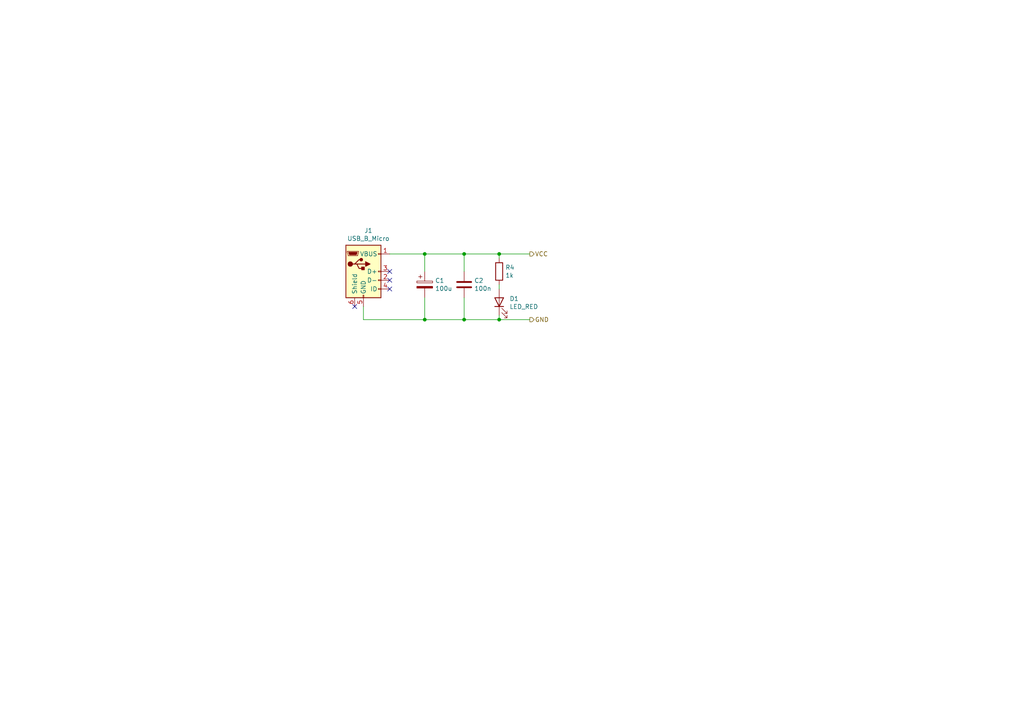
<source format=kicad_sch>
(kicad_sch (version 20211123) (generator eeschema)
  (paper "A4")
  (title_block (title "ZComputer Power Supply") (date "2021-07-15") (rev "v1.0") (company "Maxime Chretien") (comment 1 "mchretien@linuxmail.org"))
  (lib_symbols
    (symbol "Connector:USB_B_Micro" (pin_names (offset 1.016))
      (property "Reference" "J" (at -5.08 11.43 0))
      (property "Value" "USB_B_Micro" (at -5.08 8.89 0))
      (symbol "USB_B_Micro_0_1"
        (rectangle (start -5.08 -7.62) (end 5.08 7.62) (stroke (width 0.254)) (fill (type background)))
        (circle (center -3.81 2.159) (radius 0.635) (stroke (width 0.254)) (fill (type outline)))
        (circle (center -0.635 3.429) (radius 0.381) (stroke (width 0.254)) (fill (type outline)))
        (rectangle (start -0.127 -7.62) (end 0.127 -6.858))
        (polyline (pts (xy -1.905 2.159) (xy 0.635 2.159)) (stroke (width 0.254)))
        (polyline (pts (xy -3.175 2.159) (xy -2.54 2.159) (xy -1.27 3.429) (xy -0.635 3.429)) (stroke (width 0.254)))
        (polyline (pts (xy -2.54 2.159) (xy -1.905 2.159) (xy -1.27 0.889) (xy 0 0.889)) (stroke (width 0.254)))
        (polyline (pts (xy 0.635 2.794) (xy 0.635 1.524) (xy 1.905 2.159) (xy 0.635 2.794)) (stroke (width 0.254)) (fill (type outline)))
        (polyline (pts (xy -4.318 5.588) (xy -1.778 5.588) (xy -2.032 4.826) (xy -4.064 4.826) (xy -4.318 5.588)) (fill (type outline)))
        (polyline (pts (xy -4.699 5.842) (xy -4.699 5.588) (xy -4.445 4.826) (xy -4.445 4.572) (xy -1.651 4.572) (xy -1.651 4.826) (xy -1.397 5.588) (xy -1.397 5.842) (xy -4.699 5.842)))
        (rectangle (start 0.254 1.27) (end -0.508 0.508) (stroke (width 0.254)) (fill (type outline)))
        (rectangle (start 5.08 -5.207) (end 4.318 -4.953))
        (rectangle (start 5.08 -2.667) (end 4.318 -2.413))
        (rectangle (start 5.08 -0.127) (end 4.318 0.127))
        (rectangle (start 5.08 4.953) (end 4.318 5.207))
      )
      (symbol "USB_B_Micro_1_1"
        (pin power_out line (at 7.62 5.08 180) (length 2.54) (name "VBUS") (number "1"))
        (pin bidirectional line (at 7.62 -2.54 180) (length 2.54) (name "D-") (number "2"))
        (pin bidirectional line (at 7.62 0 180) (length 2.54) (name "D+") (number "3"))
        (pin passive line (at 7.62 -5.08 180) (length 2.54) (name "ID") (number "4"))
        (pin power_out line (at 0 -10.16 90) (length 2.54) (name "GND") (number "5"))
        (pin passive line (at -2.54 -10.16 90) (length 2.54) (name "Shield") (number "6"))
      )
    )
    (symbol "Device:C" (pin_numbers hide) (pin_names (offset 0.254))
      (property "Reference" "C" (at 0.635 2.54 0))
      (property "Value" "C" (at 0.635 -2.54 0))
      (symbol "C_0_1"
        (polyline (pts (xy -2.032 -0.762) (xy 2.032 -0.762)) (stroke (width 0.508)))
        (polyline (pts (xy -2.032 0.762) (xy 2.032 0.762)) (stroke (width 0.508)))
      )
      (symbol "C_1_1"
        (pin passive line (at 0 3.81 270) (length 2.794) (name "~") (number "1"))
        (pin passive line (at 0 -3.81 90) (length 2.794) (name "~") (number "2"))
      )
    )
    (symbol "Device:LED" (pin_numbers hide) (pin_names (offset 1.016) hide)
      (property "Reference" "D" (at 0 2.54 0))
      (property "Value" "LED" (at 0 -2.54 0))
      (symbol "LED_0_1"
        (polyline (pts (xy -1.27 -1.27) (xy -1.27 1.27)) (stroke (width 0.254)))
        (polyline (pts (xy -1.27 0) (xy 1.27 0)))
        (polyline (pts (xy 1.27 -1.27) (xy 1.27 1.27) (xy -1.27 0) (xy 1.27 -1.27)) (stroke (width 0.254)))
        (polyline (pts (xy -3.048 -0.762) (xy -4.572 -2.286) (xy -3.81 -2.286) (xy -4.572 -2.286) (xy -4.572 -1.524)))
        (polyline (pts (xy -1.778 -0.762) (xy -3.302 -2.286) (xy -2.54 -2.286) (xy -3.302 -2.286) (xy -3.302 -1.524)))
      )
      (symbol "LED_1_1"
        (pin passive line (at -3.81 0 0) (length 2.54) (name "K") (number "1"))
        (pin passive line (at 3.81 0 180) (length 2.54) (name "A") (number "2"))
      )
    )
    (symbol "Device:R" (pin_numbers hide) (pin_names (offset 0))
      (property "Reference" "R" (at 2.032 0 90))
      (property "Value" "R" (at 0 0 90))
      (symbol "R_0_1"
        (rectangle (start -1.016 -2.54) (end 1.016 2.54) (stroke (width 0.254)))
      )
      (symbol "R_1_1"
        (pin passive line (at 0 3.81 270) (length 1.27) (name "~") (number "1"))
        (pin passive line (at 0 -3.81 90) (length 1.27) (name "~") (number "2"))
      )
    )
    (symbol "ZComputer-rescue:CP-Device" (pin_numbers hide) (pin_names (offset 0.254))
      (property "Reference" "C" (at 0.635 2.54 0))
      (property "Value" "CP-Device" (at 0.635 -2.54 0))
      (symbol "CP-Device_0_1"
        (rectangle (start -2.286 0.508) (end 2.286 1.016))
        (polyline (pts (xy -1.778 2.286) (xy -0.762 2.286)))
        (polyline (pts (xy -1.27 2.794) (xy -1.27 1.778)))
        (rectangle (start 2.286 -0.508) (end -2.286 -1.016) (fill (type outline)))
      )
      (symbol "CP-Device_1_1"
        (pin passive line (at 0 3.81 270) (length 2.794) (name "~") (number "1"))
        (pin passive line (at 0 -3.81 90) (length 2.794) (name "~") (number "2"))
      )
    )
  )
  (junction (at 144.78 92.71))
  (junction (at 123.19 92.71))
  (junction (at 144.78 73.66))
  (junction (at 123.19 73.66))
  (junction (at 134.62 92.71))
  (junction (at 134.62 73.66))
  (no_connect (at 113.03 78.74))
  (no_connect (at 113.03 81.28))
  (no_connect (at 113.03 83.82))
  (no_connect (at 102.87 88.9))
  (wire (pts (xy 105.41 88.9) (xy 105.41 92.71)))
  (wire (pts (xy 144.78 92.71) (xy 153.67 92.71)))
  (wire (pts (xy 134.62 78.74) (xy 134.62 73.66)))
  (wire (pts (xy 144.78 74.93) (xy 144.78 73.66)))
  (wire (pts (xy 123.19 86.36) (xy 123.19 92.71)))
  (wire (pts (xy 123.19 78.74) (xy 123.19 73.66)))
  (wire (pts (xy 113.03 73.66) (xy 123.19 73.66)))
  (wire (pts (xy 134.62 92.71) (xy 144.78 92.71)))
  (wire (pts (xy 144.78 91.44) (xy 144.78 92.71)))
  (wire (pts (xy 144.78 73.66) (xy 153.67 73.66)))
  (wire (pts (xy 134.62 73.66) (xy 144.78 73.66)))
  (wire (pts (xy 134.62 86.36) (xy 134.62 92.71)))
  (wire (pts (xy 105.41 92.71) (xy 123.19 92.71)))
  (wire (pts (xy 123.19 92.71) (xy 134.62 92.71)))
  (wire (pts (xy 123.19 73.66) (xy 134.62 73.66)))
  (wire (pts (xy 144.78 83.82) (xy 144.78 82.55)))
  (hierarchical_label "GND" (shape output) (at 153.67 92.71 0))
  (hierarchical_label "VCC" (shape output) (at 153.67 73.66 0))
  (symbol (lib_id "Connector:USB_B_Micro") (at 105.41 78.74 0) (unit 1)
    (property "Reference" "J1" (at 106.8578 66.8782 0))
    (property "Value" "USB_B_Micro" (at 106.8578 69.1896 0))
  )
  (symbol (lib_id "ZComputer-rescue:CP-Device") (at 123.19 82.55 0) (unit 1)
    (property "Reference" "C1" (at 126.1872 81.3816 0) (effects (justify left)))
    (property "Value" "100u" (at 126.1872 83.693 0) (effects (justify left)))
  )
  (symbol (lib_id "Device:C") (at 134.62 82.55 0) (unit 1)
    (property "Reference" "C2" (at 137.541 81.3816 0) (effects (justify left)))
    (property "Value" "100n" (at 137.541 83.693 0) (effects (justify left)))
  )
  (symbol (lib_id "Device:R") (at 144.78 78.74 0) (unit 1)
    (property "Reference" "R4" (at 146.558 77.5716 0) (effects (justify left)))
    (property "Value" "1k" (at 146.558 79.883 0) (effects (justify left)))
  )
  (symbol (lib_id "Device:LED") (at 144.78 87.63 90) (unit 1)
    (property "Reference" "D1" (at 147.7772 86.6394 90) (effects (justify right)))
    (property "Value" "LED_RED" (at 147.7772 88.9508 90) (effects (justify right)))
  )
)
</source>
